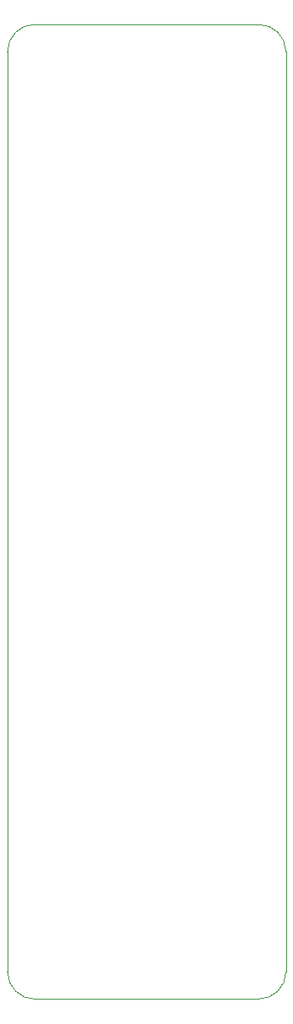
<source format=gbr>
G04 #@! TF.GenerationSoftware,KiCad,Pcbnew,(5.1.0-0)*
G04 #@! TF.CreationDate,2020-02-24T21:47:20+01:00*
G04 #@! TF.ProjectId,pino_brd_v01,70696e6f-5f62-4726-945f-7630312e6b69,rev?*
G04 #@! TF.SameCoordinates,Original*
G04 #@! TF.FileFunction,Profile,NP*
%FSLAX46Y46*%
G04 Gerber Fmt 4.6, Leading zero omitted, Abs format (unit mm)*
G04 Created by KiCad (PCBNEW (5.1.0-0)) date 2020-02-24 21:47:20*
%MOMM*%
%LPD*%
G04 APERTURE LIST*
%ADD10C,0.100000*%
G04 APERTURE END LIST*
D10*
X130960000Y-55080001D02*
X130960000Y-147580000D01*
X130960000Y-55080001D02*
G75*
G02X133710000Y-52330001I2750000J0D01*
G01*
X156210000Y-52330001D02*
X133710000Y-52330001D01*
X156209999Y-52330000D02*
G75*
G02X158960000Y-55080001I0J-2750001D01*
G01*
X158960000Y-147580000D02*
X158960000Y-55080001D01*
X158959999Y-147580001D02*
G75*
G02X156210000Y-150330000I-2749999J0D01*
G01*
X133710000Y-150330000D02*
X156210000Y-150330000D01*
X133710000Y-150330000D02*
G75*
G02X130960000Y-147580000I0J2750000D01*
G01*
M02*

</source>
